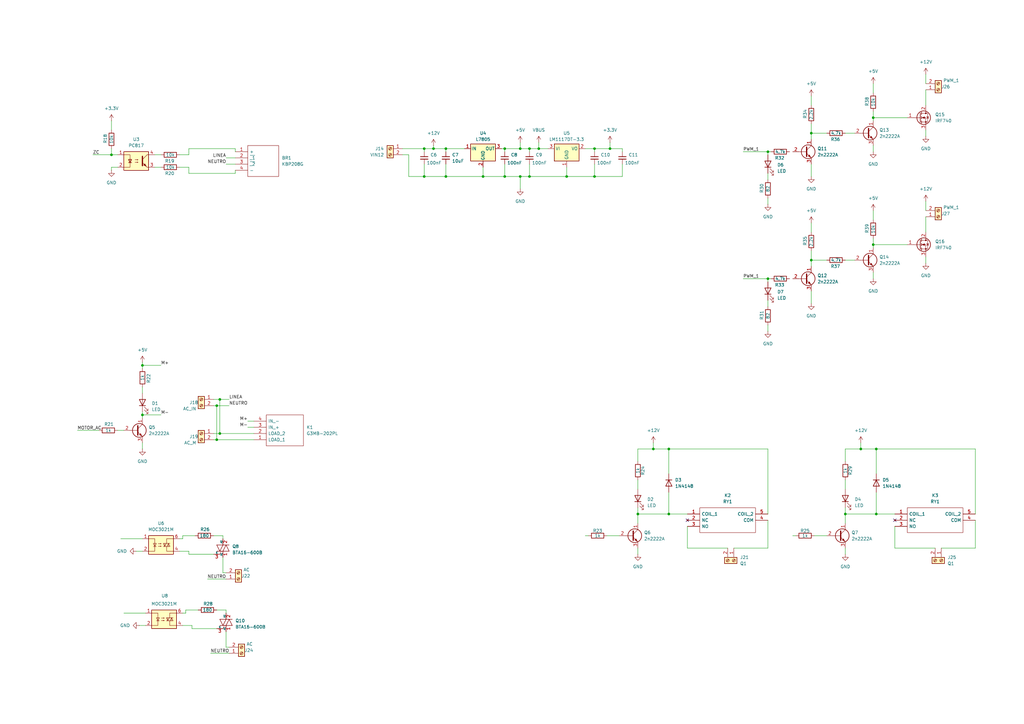
<source format=kicad_sch>
(kicad_sch (version 20250114) (generator "eeschema") (generator_version "9.0")
  (paper "A3")
  (lib_symbols
    (symbol "Connector:Screw_Terminal_01x02" (pin_names (offset 1.016) (hide yes))
      (property "Reference" "J" (at 0 2.54 0))
      (property "Value" "Screw_Terminal_01x02" (at 0 -5.08 0))
      (symbol "Screw_Terminal_01x02_1_1"
        (pin passive line (at -5.08 0 0) (length 3.81) (name "Pin_1") (number "1"))
        (pin passive line (at -5.08 -2.54 0) (length 3.81) (name "Pin_2") (number "2"))
      )
    )
    (symbol "Device:C_Small" (pin_numbers (hide yes)) (pin_names (offset 0.254) (hide yes))
      (property "Reference" "C" (at 0.254 1.778 0))
      (property "Value" "C_Small" (at 0.254 -2.032 0))
      (symbol "C_Small_1_1"
        (pin passive line (at 0 2.54 270) (length 2.032) (name "~") (number "1"))
        (pin passive line (at 0 -2.54 90) (length 2.032) (name "~") (number "2"))
      )
    )
    (symbol "Device:LED" (pin_numbers (hide yes)) (pin_names (offset 1.016) (hide yes))
      (property "Reference" "D" (at 0 2.54 0))
      (property "Value" "LED" (at 0 -2.54 0))
      (symbol "LED_1_1"
        (pin passive line (at -3.81 0 0) (length 2.54) (name "K") (number "1"))
        (pin passive line (at 3.81 0 180) (length 2.54) (name "A") (number "2"))
      )
    )
    (symbol "Device:R" (pin_numbers (hide yes)) (pin_names (offset 0))
      (property "Reference" "R" (at 2.032 0 90))
      (property "Value" "R" (at 0 0 90))
      (symbol "R_1_1"
        (pin passive line (at 0 3.81 270) (length 1.27) (name "~") (number "1"))
        (pin passive line (at 0 -3.81 90) (length 1.27) (name "~") (number "2"))
      )
    )
    (symbol "Diode:1N4148" (pin_numbers (hide yes)) (pin_names (hide yes))
      (property "Reference" "D" (at 0 2.54 0))
      (property "Value" "1N4148" (at 0 -2.54 0))
      (symbol "1N4148_1_1"
        (pin passive line (at -3.81 0 0) (length 2.54) (name "K") (number "1"))
        (pin passive line (at 3.81 0 180) (length 2.54) (name "A") (number "2"))
      )
    )
    (symbol "Isolator:PC817" (pin_names (offset 1.016))
      (property "Reference" "U" (at -5.08 5.08 0))
      (property "Value" "PC817" (at 0 5.08 0))
      (symbol "PC817_1_1"
        (pin passive line (at -7.62 2.54 0) (length 2.54) (name "~") (number "1"))
        (pin passive line (at -7.62 -2.54 0) (length 2.54) (name "~") (number "2"))
        (pin passive line (at 7.62 2.54 180) (length 2.54) (name "~") (number "4"))
        (pin passive line (at 7.62 -2.54 180) (length 2.54) (name "~") (number "3"))
      )
    )
    (symbol "Regulator_Linear:L7805" (pin_names (offset 0.254))
      (property "Reference" "U" (at -3.81 3.175 0))
      (property "Value" "L7805" (at 0 3.175 0))
      (symbol "L7805_1_1"
        (pin power_in line (at -7.62 0 0) (length 2.54) (name "IN") (number "1"))
        (pin power_in line (at 0 -7.62 90) (length 2.54) (name "GND") (number "2"))
        (pin power_out line (at 7.62 0 180) (length 2.54) (name "OUT") (number "3"))
      )
    )
    (symbol "Regulator_Linear:LM1117DT-3.3"
      (property "Reference" "U" (at -3.81 3.175 0))
      (property "Value" "LM1117DT-3.3" (at 0 3.175 0))
      (symbol "LM1117DT-3.3_1_1"
        (pin power_in line (at -7.62 0 0) (length 2.54) (name "VI") (number "3"))
        (pin power_in line (at 0 -7.62 90) (length 2.54) (name "GND") (number "1"))
        (pin power_out line (at 7.62 0 180) (length 2.54) (name "VO") (number "2"))
      )
    )
    (symbol "Relay_SolidState:MOC3021M"
      (property "Reference" "U" (at -5.334 4.826 0))
      (property "Value" "MOC3021M" (at 0 5.08 0))
      (symbol "MOC3021M_1_1"
        (pin passive line (at -7.62 2.54 0) (length 2.54) (name "~") (number "1"))
        (pin passive line (at -7.62 -2.54 0) (length 2.54) (name "~") (number "2"))
        (pin no_connect line (at -5.08 0 0) (length 2.54) (hide yes) (name "NC") (number "3"))
        (pin no_connect line (at 5.08 0 180) (length 2.54) (hide yes) (name "NC") (number "5"))
        (pin passive line (at 7.62 2.54 180) (length 2.54) (name "~") (number "6"))
        (pin passive line (at 7.62 -2.54 180) (length 2.54) (name "~") (number "4"))
      )
    )
    (symbol "SamacSys_Parts:G2R-14-DC12" (pin_names (offset 0.762))
      (property "Reference" "K" (at 29.21 7.62 0))
      (property "Value" "G2R-14-DC12" (at 29.21 5.08 0))
      (symbol "G2R-14-DC12_0_0"
        (pin passive line (at 0 0 0) (length 5.08) (name "COIL_1") (number "1"))
        (pin no_connect line (at 0 -2.54 0) (length 5.08) (name "NC") (number "2"))
        (pin passive line (at 0 -5.08 0) (length 5.08) (name "NO") (number "3"))
        (pin passive line (at 33.02 0 180) (length 5.08) (name "COIL_2") (number "5"))
        (pin passive line (at 33.02 -2.54 180) (length 5.08) (name "COM") (number "4"))
      )
    )
    (symbol "SamacSys_Parts:G3MB-202PL" (pin_names (offset 0.762))
      (property "Reference" "K" (at 21.59 7.62 0))
      (property "Value" "G3MB-202PL" (at 21.59 5.08 0))
      (symbol "G3MB-202PL_0_0"
        (pin passive line (at 0 0 0) (length 5.08) (name "IN_-") (number "4"))
        (pin passive line (at 0 -2.54 0) (length 5.08) (name "IN_+") (number "3"))
        (pin passive line (at 0 -5.08 0) (length 5.08) (name "LOAD_2") (number "2"))
        (pin passive line (at 0 -7.62 0) (length 5.08) (name "LOAD_1") (number "1"))
      )
    )
    (symbol "SamacSys_Parts:KBP208G" (pin_names (offset 0.762))
      (property "Reference" "BR" (at 19.05 7.62 0))
      (property "Value" "KBP208G" (at 19.05 5.08 0))
      (symbol "KBP208G_0_0"
        (pin passive line (at 0 0 0) (length 5.08) (name "+") (number "1"))
        (pin passive line (at 0 -2.54 0) (length 5.08) (name "~{_1}") (number "2"))
        (pin passive line (at 0 -5.08 0) (length 5.08) (name "~{_2}") (number "3"))
        (pin passive line (at 0 -7.62 0) (length 5.08) (name "-") (number "4"))
      )
    )
    (symbol "Screw_Terminal_01x02_1" (pin_names (offset 1.016) (hide yes))
      (property "Reference" "J5" (at 2.54 0.0001 0))
      (symbol "Screw_Terminal_01x02_1_1_1"
        (pin passive line (at -5.08 0 0) (length 3.81) (name "L") (number "1"))
        (pin passive line (at -5.08 -2.54 0) (length 3.81) (name "N") (number "2"))
      )
    )
    (symbol "Transistor_BJT:BC338" (pin_names (offset 0) (hide yes))
      (property "Reference" "Q" (at 5.08 1.905 0))
      (property "Value" "BC338" (at 5.08 0 0))
      (symbol "BC338_1_1"
        (pin input line (at -5.08 0 0) (length 2.54) (name "B") (number "2"))
        (pin passive line (at 2.54 5.08 270) (length 2.54) (name "C") (number "1"))
        (pin passive line (at 2.54 -5.08 90) (length 2.54) (name "E") (number "3"))
      )
    )
    (symbol "Transistor_FET:IRF740" (pin_names (hide yes))
      (property "Reference" "Q" (at 5.08 1.905 0))
      (property "Value" "IRF740" (at 5.08 0 0))
      (symbol "IRF740_1_1"
        (pin input line (at -5.08 0 0) (length 2.54) (name "G") (number "1"))
        (pin passive line (at 2.54 5.08 270) (length 2.54) (name "D") (number "2"))
        (pin passive line (at 2.54 -5.08 90) (length 2.54) (name "S") (number "3"))
      )
    )
    (symbol "Triac_Thyristor:BTA16-600B" (pin_names (offset 0))
      (property "Reference" "Q" (at 5.08 1.905 0))
      (property "Value" "BTA16-600B" (at 5.08 0 0))
      (symbol "BTA16-600B_1_1"
        (pin input line (at -3.81 -2.54 0) (length 2.54) (name "G") (number "3"))
        (pin passive line (at 0 3.81 270) (length 2.54) (name "A2") (number "2"))
        (pin passive line (at 0 -3.81 90) (length 2.54) (name "A1") (number "1"))
      )
    )
    (symbol "power:+12V" (power) (pin_numbers (hide yes)) (pin_names (offset 0) (hide yes))
      (property "Value" "+12V" (at 0 3.556 0))
      (symbol "+12V_1_1"
        (pin power_in line (at 0 0 90) (length 0) (name "~") (number "1"))
      )
    )
    (symbol "power:+3.3V" (power) (pin_numbers (hide yes)) (pin_names (offset 0) (hide yes))
      (property "Value" "+3.3V" (at 0 3.556 0))
      (symbol "+3.3V_1_1"
        (pin power_in line (at 0 0 90) (length 0) (name "~") (number "1"))
      )
    )
    (symbol "power:+5V" (power) (pin_numbers (hide yes)) (pin_names (offset 0) (hide yes))
      (property "Value" "+5V" (at 0 3.556 0))
      (symbol "+5V_1_1"
        (pin power_in line (at 0 0 90) (length 0) (name "~") (number "1"))
      )
    )
    (symbol "power:GND" (power) (pin_numbers (hide yes)) (pin_names (offset 0) (hide yes))
      (property "Value" "GND" (at 0 -3.81 0))
      (symbol "GND_1_1"
        (pin power_in line (at 0 0 270) (length 0) (name "~") (number "1"))
      )
    )
    (symbol "power:VBUS" (power) (pin_numbers (hide yes)) (pin_names (offset 0) (hide yes))
      (property "Value" "VBUS" (at 0 3.556 0))
      (symbol "VBUS_1_1"
        (pin power_in line (at 0 0 90) (length 0) (name "~") (number "1"))
      )
    )
  )
  (junction (at 274.32 210.82))
  (junction (at 332.74 54.61))
  (junction (at 213.36 72.39))
  (junction (at 358.14 48.26))
  (junction (at 58.42 170.18))
  (junction (at 177.8 60.96))
  (junction (at 353.06 184.15))
  (junction (at 213.36 60.96))
  (junction (at 45.72 63.5))
  (junction (at 250.19 60.96))
  (junction (at 90.17 177.8))
  (junction (at 220.98 60.96))
  (junction (at 274.32 184.15))
  (junction (at 173.99 60.96))
  (junction (at 90.17 163.83))
  (junction (at 358.14 100.33))
  (junction (at 359.41 210.82))
  (junction (at 88.9 180.34))
  (junction (at 243.84 60.96))
  (junction (at 332.74 106.68))
  (junction (at 346.71 210.82))
  (junction (at 173.99 72.39))
  (junction (at 243.84 72.39))
  (junction (at 207.01 72.39))
  (junction (at 314.96 114.3))
  (junction (at 58.42 149.86))
  (junction (at 267.97 184.15))
  (junction (at 359.41 184.15))
  (junction (at 207.01 60.96))
  (junction (at 88.9 166.37))
  (junction (at 261.62 210.82))
  (junction (at 182.88 60.96))
  (junction (at 217.17 72.39))
  (junction (at 314.96 62.23))
  (junction (at 182.88 72.39))
  (junction (at 217.17 60.96))
  (junction (at 232.41 72.39))
  (junction (at 198.12 72.39))
  (no_connect (at 367.03 213.36))
  (no_connect (at 281.94 213.36))
  (wire (pts (xy 359.41 184.15) (xy 359.41 194.31)))
  (wire (pts (xy 232.41 68.58) (xy 232.41 72.39)))
  (wire (pts (xy 173.99 62.23) (xy 173.99 60.96)))
  (wire (pts (xy 304.8 62.23) (xy 314.96 62.23)))
  (wire (pts (xy 63.5 63.5) (xy 66.04 63.5)))
  (wire (pts (xy 383.54 224.79) (xy 367.03 224.79)))
  (wire (pts (xy 314.96 114.3) (xy 314.96 115.57)))
  (wire (pts (xy 177.8 60.96) (xy 182.88 60.96)))
  (wire (pts (xy 346.71 184.15) (xy 353.06 184.15)))
  (wire (pts (xy 45.72 69.85) (xy 45.72 68.58)))
  (wire (pts (xy 74.93 219.71) (xy 80.01 219.71)))
  (wire (pts (xy 314.96 114.3) (xy 316.23 114.3)))
  (wire (pts (xy 243.84 60.96) (xy 243.84 62.23)))
  (wire (pts (xy 332.74 106.68) (xy 339.09 106.68)))
  (wire (pts (xy 261.62 208.28) (xy 261.62 210.82)))
  (wire (pts (xy 304.8 114.3) (xy 314.96 114.3)))
  (wire (pts (xy 57.15 256.54) (xy 59.69 256.54)))
  (wire (pts (xy 58.42 149.86) (xy 58.42 151.13)))
  (wire (pts (xy 358.14 45.72) (xy 358.14 48.26)))
  (wire (pts (xy 243.84 60.96) (xy 250.19 60.96)))
  (wire (pts (xy 240.03 60.96) (xy 243.84 60.96)))
  (wire (pts (xy 314.96 184.15) (xy 274.32 184.15)))
  (wire (pts (xy 76.2 250.19) (xy 81.28 250.19)))
  (wire (pts (xy 48.26 176.53) (xy 50.8 176.53)))
  (wire (pts (xy 332.74 91.44) (xy 332.74 95.25)))
  (wire (pts (xy 334.01 219.71) (xy 339.09 219.71)))
  (wire (pts (xy 76.2 251.46) (xy 74.93 251.46)))
  (wire (pts (xy 165.1 60.96) (xy 173.99 60.96)))
  (wire (pts (xy 91.44 219.71) (xy 87.63 219.71)))
  (wire (pts (xy 58.42 148.59) (xy 58.42 149.86)))
  (wire (pts (xy 77.47 60.96) (xy 77.47 63.5)))
  (wire (pts (xy 85.09 237.49) (xy 92.71 237.49)))
  (wire (pts (xy 96.52 60.96) (xy 96.52 62.23)))
  (wire (pts (xy 379.73 88.9) (xy 379.73 95.25)))
  (wire (pts (xy 332.74 39.37) (xy 332.74 43.18)))
  (wire (pts (xy 77.47 71.12) (xy 96.52 71.12)))
  (wire (pts (xy 332.74 67.31) (xy 332.74 72.39)))
  (wire (pts (xy 243.84 67.31) (xy 243.84 72.39)))
  (wire (pts (xy 314.96 133.35) (xy 314.96 135.89)))
  (wire (pts (xy 261.62 184.15) (xy 267.97 184.15)))
  (wire (pts (xy 358.14 34.29) (xy 358.14 38.1)))
  (wire (pts (xy 359.41 210.82) (xy 346.71 210.82)))
  (wire (pts (xy 76.2 251.46) (xy 76.2 250.19)))
  (wire (pts (xy 88.9 166.37) (xy 93.98 166.37)))
  (wire (pts (xy 45.72 63.5) (xy 48.26 63.5)))
  (wire (pts (xy 379.73 36.83) (xy 379.73 43.18)))
  (wire (pts (xy 332.74 54.61) (xy 339.09 54.61)))
  (wire (pts (xy 207.01 67.31) (xy 207.01 72.39)))
  (wire (pts (xy 217.17 67.31) (xy 217.17 72.39)))
  (wire (pts (xy 101.6 175.26) (xy 104.14 175.26)))
  (wire (pts (xy 250.19 58.42) (xy 250.19 60.96)))
  (wire (pts (xy 87.63 177.8) (xy 90.17 177.8)))
  (wire (pts (xy 87.63 180.34) (xy 88.9 180.34)))
  (wire (pts (xy 77.47 226.06) (xy 73.66 226.06)))
  (wire (pts (xy 58.42 158.75) (xy 58.42 161.29)))
  (wire (pts (xy 274.32 210.82) (xy 261.62 210.82)))
  (wire (pts (xy 314.96 62.23) (xy 316.23 62.23)))
  (wire (pts (xy 255.27 60.96) (xy 255.27 62.23)))
  (wire (pts (xy 300.99 224.79) (xy 314.96 224.79)))
  (wire (pts (xy 232.41 72.39) (xy 217.17 72.39)))
  (wire (pts (xy 92.71 64.77) (xy 96.52 64.77)))
  (wire (pts (xy 45.72 68.58) (xy 48.26 68.58)))
  (wire (pts (xy 359.41 201.93) (xy 359.41 210.82)))
  (wire (pts (xy 182.88 67.31) (xy 182.88 72.39)))
  (wire (pts (xy 400.05 184.15) (xy 359.41 184.15)))
  (wire (pts (xy 332.74 54.61) (xy 332.74 57.15)))
  (wire (pts (xy 358.14 111.76) (xy 358.14 114.3)))
  (wire (pts (xy 358.14 48.26) (xy 358.14 49.53)))
  (wire (pts (xy 88.9 180.34) (xy 104.14 180.34)))
  (wire (pts (xy 93.98 265.43) (xy 92.71 265.43)))
  (wire (pts (xy 267.97 181.61) (xy 267.97 184.15)))
  (wire (pts (xy 346.71 196.85) (xy 346.71 200.66)))
  (wire (pts (xy 92.71 251.46) (xy 92.71 250.19)))
  (wire (pts (xy 92.71 250.19) (xy 88.9 250.19)))
  (wire (pts (xy 38.1 63.5) (xy 45.72 63.5)))
  (wire (pts (xy 261.62 224.79) (xy 261.62 227.33)))
  (wire (pts (xy 213.36 77.47) (xy 213.36 72.39)))
  (wire (pts (xy 220.98 60.96) (xy 224.79 60.96)))
  (wire (pts (xy 86.36 267.97) (xy 93.98 267.97)))
  (wire (pts (xy 261.62 184.15) (xy 261.62 189.23)))
  (wire (pts (xy 173.99 60.96) (xy 177.8 60.96)))
  (wire (pts (xy 358.14 86.36) (xy 358.14 90.17)))
  (wire (pts (xy 55.88 226.06) (xy 58.42 226.06)))
  (wire (pts (xy 353.06 181.61) (xy 353.06 184.15)))
  (wire (pts (xy 346.71 184.15) (xy 346.71 189.23)))
  (wire (pts (xy 101.6 172.72) (xy 104.14 172.72)))
  (wire (pts (xy 49.53 220.98) (xy 58.42 220.98)))
  (wire (pts (xy 167.64 63.5) (xy 167.64 72.39)))
  (wire (pts (xy 358.14 100.33) (xy 372.11 100.33)))
  (wire (pts (xy 274.32 184.15) (xy 274.32 194.31)))
  (wire (pts (xy 173.99 67.31) (xy 173.99 72.39)))
  (wire (pts (xy 92.71 265.43) (xy 92.71 259.08)))
  (wire (pts (xy 207.01 60.96) (xy 213.36 60.96)))
  (wire (pts (xy 78.74 256.54) (xy 74.93 256.54)))
  (wire (pts (xy 379.73 82.55) (xy 379.73 86.36)))
  (wire (pts (xy 77.47 227.33) (xy 87.63 227.33)))
  (wire (pts (xy 314.96 71.12) (xy 314.96 73.66)))
  (wire (pts (xy 353.06 184.15) (xy 359.41 184.15)))
  (wire (pts (xy 92.71 67.31) (xy 96.52 67.31)))
  (wire (pts (xy 379.73 105.41) (xy 379.73 107.95)))
  (wire (pts (xy 213.36 72.39) (xy 207.01 72.39)))
  (wire (pts (xy 77.47 226.06) (xy 77.47 227.33)))
  (wire (pts (xy 177.8 59.69) (xy 177.8 60.96)))
  (wire (pts (xy 217.17 60.96) (xy 220.98 60.96)))
  (wire (pts (xy 240.03 219.71) (xy 241.3 219.71)))
  (wire (pts (xy 220.98 58.42) (xy 220.98 60.96)))
  (wire (pts (xy 217.17 60.96) (xy 217.17 62.23)))
  (wire (pts (xy 45.72 49.53) (xy 45.72 53.34)))
  (wire (pts (xy 74.93 220.98) (xy 74.93 219.71)))
  (wire (pts (xy 182.88 62.23) (xy 182.88 60.96)))
  (wire (pts (xy 325.12 219.71) (xy 326.39 219.71)))
  (wire (pts (xy 400.05 210.82) (xy 400.05 184.15)))
  (wire (pts (xy 314.96 62.23) (xy 314.96 63.5)))
  (wire (pts (xy 88.9 166.37) (xy 88.9 180.34)))
  (wire (pts (xy 213.36 58.42) (xy 213.36 60.96)))
  (wire (pts (xy 213.36 60.96) (xy 217.17 60.96)))
  (wire (pts (xy 58.42 170.18) (xy 66.04 170.18)))
  (wire (pts (xy 77.47 68.58) (xy 73.66 68.58)))
  (wire (pts (xy 379.73 30.48) (xy 379.73 34.29)))
  (wire (pts (xy 96.52 60.96) (xy 77.47 60.96)))
  (wire (pts (xy 96.52 71.12) (xy 96.52 69.85)))
  (wire (pts (xy 167.64 63.5) (xy 165.1 63.5)))
  (wire (pts (xy 77.47 71.12) (xy 77.47 68.58)))
  (wire (pts (xy 261.62 210.82) (xy 261.62 214.63)))
  (wire (pts (xy 298.45 224.79) (xy 281.94 224.79)))
  (wire (pts (xy 358.14 48.26) (xy 372.11 48.26)))
  (wire (pts (xy 91.44 234.95) (xy 91.44 228.6)))
  (wire (pts (xy 255.27 67.31) (xy 255.27 72.39)))
  (wire (pts (xy 314.96 81.28) (xy 314.96 83.82)))
  (wire (pts (xy 346.71 54.61) (xy 350.52 54.61)))
  (wire (pts (xy 243.84 72.39) (xy 232.41 72.39)))
  (wire (pts (xy 78.74 256.54) (xy 78.74 257.81)))
  (wire (pts (xy 314.96 123.19) (xy 314.96 125.73)))
  (wire (pts (xy 255.27 72.39) (xy 243.84 72.39)))
  (wire (pts (xy 207.01 60.96) (xy 207.01 62.23)))
  (wire (pts (xy 74.93 220.98) (xy 73.66 220.98)))
  (wire (pts (xy 281.94 224.79) (xy 281.94 215.9)))
  (wire (pts (xy 267.97 184.15) (xy 274.32 184.15)))
  (wire (pts (xy 314.96 224.79) (xy 314.96 213.36)))
  (wire (pts (xy 358.14 100.33) (xy 358.14 101.6)))
  (wire (pts (xy 92.71 234.95) (xy 91.44 234.95)))
  (wire (pts (xy 358.14 59.69) (xy 358.14 62.23)))
  (wire (pts (xy 45.72 60.96) (xy 45.72 63.5)))
  (wire (pts (xy 78.74 257.81) (xy 88.9 257.81)))
  (wire (pts (xy 87.63 166.37) (xy 88.9 166.37)))
  (wire (pts (xy 77.47 63.5) (xy 73.66 63.5)))
  (wire (pts (xy 198.12 68.58) (xy 198.12 72.39)))
  (wire (pts (xy 314.96 210.82) (xy 314.96 184.15)))
  (wire (pts (xy 346.71 210.82) (xy 346.71 214.63)))
  (wire (pts (xy 400.05 224.79) (xy 400.05 213.36)))
  (wire (pts (xy 90.17 177.8) (xy 104.14 177.8)))
  (wire (pts (xy 274.32 201.93) (xy 274.32 210.82)))
  (wire (pts (xy 379.73 53.34) (xy 379.73 55.88)))
  (wire (pts (xy 332.74 119.38) (xy 332.74 124.46)))
  (wire (pts (xy 386.08 224.79) (xy 400.05 224.79)))
  (wire (pts (xy 250.19 60.96) (xy 255.27 60.96)))
  (wire (pts (xy 173.99 72.39) (xy 167.64 72.39)))
  (wire (pts (xy 346.71 106.68) (xy 350.52 106.68)))
  (wire (pts (xy 205.74 60.96) (xy 207.01 60.96)))
  (wire (pts (xy 90.17 163.83) (xy 90.17 177.8)))
  (wire (pts (xy 198.12 72.39) (xy 182.88 72.39)))
  (wire (pts (xy 58.42 181.61) (xy 58.42 184.15)))
  (wire (pts (xy 367.03 224.79) (xy 367.03 215.9)))
  (wire (pts (xy 248.92 219.71) (xy 254 219.71)))
  (wire (pts (xy 182.88 72.39) (xy 173.99 72.39)))
  (wire (pts (xy 346.71 224.79) (xy 346.71 227.33)))
  (wire (pts (xy 58.42 149.86) (xy 66.04 149.86)))
  (wire (pts (xy 261.62 196.85) (xy 261.62 200.66)))
  (wire (pts (xy 207.01 72.39) (xy 198.12 72.39)))
  (wire (pts (xy 182.88 60.96) (xy 190.5 60.96)))
  (wire (pts (xy 58.42 170.18) (xy 58.42 171.45)))
  (wire (pts (xy 332.74 50.8) (xy 332.74 54.61)))
  (wire (pts (xy 332.74 106.68) (xy 332.74 109.22)))
  (wire (pts (xy 217.17 72.39) (xy 213.36 72.39)))
  (wire (pts (xy 359.41 210.82) (xy 367.03 210.82)))
  (wire (pts (xy 91.44 220.98) (xy 91.44 219.71)))
  (wire (pts (xy 90.17 163.83) (xy 93.98 163.83)))
  (wire (pts (xy 90.17 163.83) (xy 87.63 163.83)))
  (wire (pts (xy 358.14 97.79) (xy 358.14 100.33)))
  (wire (pts (xy 274.32 210.82) (xy 281.94 210.82)))
  (wire (pts (xy 31.75 176.53) (xy 40.64 176.53)))
  (wire (pts (xy 332.74 102.87) (xy 332.74 106.68)))
  (wire (pts (xy 63.5 68.58) (xy 66.04 68.58)))
  (wire (pts (xy 50.8 251.46) (xy 59.69 251.46)))
  (wire (pts (xy 58.42 168.91) (xy 58.42 170.18)))
  (wire (pts (xy 346.71 208.28) (xy 346.71 210.82)))
  (label "M+" (at 101.6 172.72 180))
  (label "M-" (at 66.04 170.18 0))
  (label "PWM_1" (at 304.8 62.23 0))
  (label "ZC" (at 38.1 63.5 0))
  (label "MOTOR_AC" (at 31.75 176.53 0))
  (label "NEUTRO" (at 93.98 166.37 0))
  (label "LINEA" (at 93.98 163.83 0))
  (label "PWM_1" (at 304.8 114.3 0))
  (label "NEUTRO" (at 85.09 237.49 0))
  (label "LINEA" (at 92.71 64.77 180))
  (label "M+" (at 66.04 149.86 0))
  (label "NEUTRO" (at 92.71 67.31 180))
  (label "M-" (at 101.6 175.26 180))
  (label "NEUTRO" (at 86.36 267.97 0))
  (symbol (lib_id "Device:C_Small") (at 173.99 64.77 0) (unit 1)
    (property "Reference" "C6" (at 176.53 63.5062 0) (effects (justify left)))
    (property "Value" "100nF" (at 175.006 66.802 0) (effects (justify left)))
    (property "Footprint" "Capacitor_THT:C_Radial_D6.3mm_H7.0mm_P2.50mm" (effects (hide yes)))
    (property "Description" "Unpolarized capacitor, small symbol" (effects (hide yes)))
  )
  (symbol (lib_name "Screw_Terminal_01x02_1") (lib_id "Connector:Screw_Terminal_01x02") (at 97.79 237.49 0) (mirror x) (unit 1)
    (property "Reference" "J22" (at 100.838 236.22 0))
    (property "Value" "AC" (at 99.822 233.68 0) (effects (justify left)))
    (property "Footprint" "SamacSys_Parts:NC6P10702" (effects (hide yes)))
    (property "Description" "Generic screw terminal, single row, 01x02, script generated (kicad-library-utils/schlib/autogen/connector/)" (effects (hide yes)))
  )
  (symbol (lib_id "Regulator_Linear:L7805") (at 198.12 60.96 0) (unit 1)
    (property "Reference" "U4" (at 198.12 54.61 0))
    (property "Value" "L7805" (at 198.12 57.15 0))
    (property "Footprint" "Package_TO_SOT_SMD:TO-252-2" (effects (hide yes)))
    (property "Datasheet" "http://www.st.com/content/ccc/resource/technical/document/datasheet/41/4f/b3/b0/12/d4/47/88/CD00000444.pdf/files/CD00000444.pdf/jcr:content/translations/en.CD00000444.pdf" (effects (hide yes)))
    (property "Description" "Positive 1.5A 35V Linear Regulator, Fixed Output 5V, TO-220/TO-263/TO-252" (effects (hide yes)))
  )
  (symbol (lib_id "Relay_SolidState:MOC3021M") (at 67.31 254 0) (unit 1)
    (property "Reference" "U8" (at 67.564 244.348 0))
    (property "Value" "MOC3021M" (at 67.31 247.65 0))
    (property "Footprint" "Package_DIP:DIP-6_W7.62mm_Socket_LongPads" (effects (hide yes)))
    (property "Datasheet" "https://www.onsemi.com/pub/Collateral/MOC3023M-D.PDF" (effects (hide yes)))
    (property "Description" "Random Phase Opto-Triac, Vdrm 400V, Ift 15mA, DIP6" (effects (hide yes)))
  )
  (symbol (lib_id "Triac_Thyristor:BTA16-600B") (at 91.44 224.79 0) (unit 1)
    (property "Reference" "Q8" (at 95.25 224.1041 0) (effects (justify left)))
    (property "Value" "BTA16-600B" (at 95.25 226.6441 0) (effects (justify left)))
    (property "Footprint" "Package_TO_SOT_THT:TO-220-3_Vertical" (effects (hide yes)))
    (property "Datasheet" "https://www.st.com/resource/en/datasheet/bta16.pdf" (effects (hide yes)))
    (property "Description" "16A RMS, 600V Off-State Voltage, 50mA Sensitivity, Insulated, Triac, TO-220" (effects (hide yes)))
  )
  (symbol (lib_id "power:GND") (at 332.74 72.39 0) (unit 1)
    (property "Reference" "#PWR068" (effects (hide yes)))
    (property "Value" "GND" (at 332.74 77.47 0))
    (property "Description" "Power symbol creates a global label with name \"GND\" , ground" (effects (hide yes)))
  )
  (symbol (lib_id "power:GND") (at 379.73 55.88 0) (unit 1)
    (property "Reference" "#PWR076" (effects (hide yes)))
    (property "Value" "GND" (at 379.73 60.96 0))
    (property "Description" "Power symbol creates a global label with name \"GND\" , ground" (effects (hide yes)))
  )
  (symbol (lib_id "Device:R") (at 69.85 68.58 90) (unit 1)
    (property "Reference" "R20" (at 69.596 71.12 90))
    (property "Value" "10k" (at 69.85 68.58 90))
    (property "Description" "Resistor" (effects (hide yes)))
  )
  (symbol (lib_id "Transistor_BJT:BC338") (at 259.08 219.71 0) (unit 1)
    (property "Reference" "Q6" (at 264.16 218.4399 0) (effects (justify left)))
    (property "Value" "2n2222A" (at 264.16 220.9799 0) (effects (justify left)))
    (property "Footprint" "Package_TO_SOT_THT:TO-92" (effects (hide yes)))
    (property "Datasheet" "http://diotec.com/tl_files/diotec/files/pdf/datasheets/bc337" (effects (hide yes)))
    (property "Description" "0.8A Ic, 25V Vce, NPN Transistor, TO-92" (effects (hide yes)))
  )
  (symbol (lib_id "power:GND") (at 346.71 227.33 0) (unit 1)
    (property "Reference" "#PWR063" (effects (hide yes)))
    (property "Value" "GND" (at 346.71 232.41 0))
    (property "Description" "Power symbol creates a global label with name \"GND\" , ground" (effects (hide yes)))
  )
  (symbol (lib_name "Screw_Terminal_01x02_1") (lib_id "Connector:Screw_Terminal_01x02") (at 99.06 267.97 0) (mirror x) (unit 1)
    (property "Reference" "J24" (at 102.108 266.7 0))
    (property "Value" "AC" (at 101.092 264.16 0) (effects (justify left)))
    (property "Footprint" "SamacSys_Parts:NC6P10702" (effects (hide yes)))
    (property "Description" "Generic screw terminal, single row, 01x02, script generated (kicad-library-utils/schlib/autogen/connector/)" (effects (hide yes)))
  )
  (symbol (lib_id "Transistor_BJT:BC338") (at 355.6 54.61 0) (unit 1)
    (property "Reference" "Q13" (at 360.68 53.3399 0) (effects (justify left)))
    (property "Value" "2n2222A" (at 360.68 55.8799 0) (effects (justify left)))
    (property "Footprint" "Package_TO_SOT_THT:TO-92" (effects (hide yes)))
    (property "Datasheet" "http://diotec.com/tl_files/diotec/files/pdf/datasheets/bc337" (effects (hide yes)))
    (property "Description" "0.8A Ic, 25V Vce, NPN Transistor, TO-92" (effects (hide yes)))
  )
  (symbol (lib_id "Transistor_BJT:BC338") (at 55.88 176.53 0) (unit 1)
    (property "Reference" "Q5" (at 60.96 175.2599 0) (effects (justify left)))
    (property "Value" "2n2222A" (at 60.96 177.7999 0) (effects (justify left)))
    (property "Footprint" "Package_TO_SOT_THT:TO-92" (effects (hide yes)))
    (property "Datasheet" "http://diotec.com/tl_files/diotec/files/pdf/datasheets/bc337" (effects (hide yes)))
    (property "Description" "0.8A Ic, 25V Vce, NPN Transistor, TO-92" (effects (hide yes)))
  )
  (symbol (lib_id "Device:R") (at 358.14 93.98 0) (unit 1)
    (property "Reference" "R39" (at 355.6 93.726 90))
    (property "Value" "10k" (at 358.14 93.98 90))
    (property "Description" "Resistor" (effects (hide yes)))
  )
  (symbol (lib_id "power:+3.3V") (at 250.19 58.42 0) (unit 1)
    (property "Reference" "#PWR057" (effects (hide yes)))
    (property "Value" "+3.3V" (at 250.19 53.34 0))
    (property "Description" "Power symbol creates a global label with name \"+3.3V\"" (effects (hide yes)))
  )
  (symbol (lib_id "Connector:Screw_Terminal_01x02") (at 160.02 60.96 0) (mirror y) (unit 1)
    (property "Reference" "J14" (at 157.48 60.9599 0) (effects (justify left)))
    (property "Value" "VIN12" (at 157.48 63.4999 0) (effects (justify left)))
    (property "Footprint" "TerminalBlock:TerminalBlock_MaiXu_MX126-5.0-02P_1x02_P5.00mm" (effects (hide yes)))
    (property "Description" "Generic screw terminal, single row, 01x02, script generated (kicad-library-utils/schlib/autogen/connector/)" (effects (hide yes)))
  )
  (symbol (lib_id "SamacSys_Parts:G3MB-202PL") (at 104.14 172.72 0) (unit 1)
    (property "Reference" "K1" (at 125.73 175.2599 0) (effects (justify left)))
    (property "Value" "G3MB-202PL" (at 125.73 177.7999 0) (effects (justify left)))
    (property "Footprint" "G3MB202PL" (effects (hide yes)))
    (property "Datasheet" "https://datasheet.lcsc.com/szlcsc/Omron-Electronics-G3MB-202PL_C48654.pdf" (effects (hide yes)))
    (property "Description" "2 A Solid State Relay, PCB Mount, Triac, 264 V Maximum Load" (effects (hide yes)))
    (property "Description_1" "2 A Solid State Relay, PCB Mount, Triac, 264 V Maximum Load" (effects (hide yes)))
    (property "Height" "20.5" (effects (hide yes)))
    (property "Manufacturer_Name" "Omron Electronics" (effects (hide yes)))
    (property "Manufacturer_Part_Number" "G3MB-202PL" (effects (hide yes)))
  )
  (symbol (lib_id "power:GND") (at 213.36 77.47 0) (unit 1)
    (property "Reference" "#PWR053" (effects (hide yes)))
    (property "Value" "GND" (at 213.36 82.55 0))
    (property "Description" "Power symbol creates a global label with name \"GND\" , ground" (effects (hide yes)))
  )
  (symbol (lib_id "Transistor_BJT:BC338") (at 330.2 114.3 0) (unit 1)
    (property "Reference" "Q12" (at 335.28 113.0299 0) (effects (justify left)))
    (property "Value" "2n2222A" (at 335.28 115.5699 0) (effects (justify left)))
    (property "Footprint" "Package_TO_SOT_THT:TO-92" (effects (hide yes)))
    (property "Datasheet" "http://diotec.com/tl_files/diotec/files/pdf/datasheets/bc337" (effects (hide yes)))
    (property "Description" "0.8A Ic, 25V Vce, NPN Transistor, TO-92" (effects (hide yes)))
  )
  (symbol (lib_id "power:+12V") (at 379.73 30.48 0) (unit 1)
    (property "Reference" "#PWR075" (effects (hide yes)))
    (property "Value" "+12V" (at 379.73 25.4 0))
    (property "Description" "Power symbol creates a global label with name \"+12V\"" (effects (hide yes)))
  )
  (symbol (lib_id "Device:R") (at 314.96 77.47 0) (unit 1)
    (property "Reference" "R30" (at 312.42 77.216 90))
    (property "Value" "82" (at 314.96 77.47 90))
    (property "Description" "Resistor" (effects (hide yes)))
  )
  (symbol (lib_id "Device:R") (at 245.11 219.71 270) (unit 1)
    (property "Reference" "R23" (at 245.11 217.678 90))
    (property "Value" "1k" (at 245.11 219.71 90))
    (property "Description" "Resistor" (effects (hide yes)))
  )
  (symbol (lib_id "Device:R") (at 332.74 99.06 0) (unit 1)
    (property "Reference" "R35" (at 330.2 98.806 90))
    (property "Value" "2.2k" (at 332.74 99.06 90))
    (property "Description" "Resistor" (effects (hide yes)))
  )
  (symbol (lib_id "power:GND") (at 261.62 227.33 0) (unit 1)
    (property "Reference" "#PWR058" (effects (hide yes)))
    (property "Value" "GND" (at 261.62 232.41 0))
    (property "Description" "Power symbol creates a global label with name \"GND\" , ground" (effects (hide yes)))
  )
  (symbol (lib_id "Device:LED") (at 314.96 119.38 90) (unit 1)
    (property "Reference" "D7" (at 318.77 119.6974 90) (effects (justify right)))
    (property "Value" "LED" (at 318.77 122.2374 90) (effects (justify right)))
    (property "Footprint" "LED_THT:LED_D5.0mm" (effects (hide yes)))
    (property "Description" "Light emitting diode" (effects (hide yes)))
    (property "Sim.Pins" "1=K 2=A" (effects (hide yes)))
  )
  (symbol (lib_id "power:+5V") (at 358.14 86.36 0) (unit 1)
    (property "Reference" "#PWR073" (effects (hide yes)))
    (property "Value" "+5V" (at 358.14 81.28 0))
    (property "Description" "Power symbol creates a global label with name \"+5V\"" (effects (hide yes)))
  )
  (symbol (lib_id "Transistor_FET:IRF740") (at 377.19 48.26 0) (unit 1)
    (property "Reference" "Q15" (at 383.54 46.9899 0) (effects (justify left)))
    (property "Value" "IRF740" (at 383.54 49.5299 0) (effects (justify left)))
    (property "Footprint" "Package_TO_SOT_THT:TO-220-3_Vertical" (effects (hide yes)))
    (property "Datasheet" "http://www.vishay.com/docs/91054/91054.pdf" (effects (hide yes)))
    (property "Description" "10A Id, 400V Vds, N-Channel Power MOSFET, 500mOhm Rds, TO-220AB" (effects (hide yes)))
  )
  (symbol (lib_id "power:GND") (at 379.73 107.95 0) (unit 1)
    (property "Reference" "#PWR078" (effects (hide yes)))
    (property "Value" "GND" (at 379.73 113.03 0))
    (property "Description" "Power symbol creates a global label with name \"GND\" , ground" (effects (hide yes)))
  )
  (symbol (lib_id "power:GND") (at 332.74 124.46 0) (unit 1)
    (property "Reference" "#PWR070" (effects (hide yes)))
    (property "Value" "GND" (at 332.74 129.54 0))
    (property "Description" "Power symbol creates a global label with name \"GND\" , ground" (effects (hide yes)))
  )
  (symbol (lib_id "power:+5V") (at 332.74 39.37 0) (unit 1)
    (property "Reference" "#PWR067" (effects (hide yes)))
    (property "Value" "+5V" (at 332.74 34.29 0))
    (property "Description" "Power symbol creates a global label with name \"+5V\"" (effects (hide yes)))
  )
  (symbol (lib_id "power:GND") (at 358.14 114.3 0) (unit 1)
    (property "Reference" "#PWR074" (effects (hide yes)))
    (property "Value" "GND" (at 358.14 119.38 0))
    (property "Description" "Power symbol creates a global label with name \"GND\" , ground" (effects (hide yes)))
  )
  (symbol (lib_id "Device:C_Small") (at 217.17 64.77 0) (unit 1)
    (property "Reference" "C9" (at 219.71 63.5062 0) (effects (justify left)))
    (property "Value" "100nF" (at 218.186 66.802 0) (effects (justify left)))
    (property "Footprint" "Capacitor_THT:C_Radial_D6.3mm_H7.0mm_P2.50mm" (effects (hide yes)))
    (property "Description" "Unpolarized capacitor, small symbol" (effects (hide yes)))
  )
  (symbol (lib_name "Screw_Terminal_01x02_1") (lib_id "Connector:Screw_Terminal_01x02") (at 384.81 36.83 0) (mirror x) (unit 1)
    (property "Reference" "J26" (at 387.858 35.56 0))
    (property "Value" "PWM_1" (at 386.842 33.02 0) (effects (justify left)))
    (property "Footprint" "Connector_PinHeader_1.27mm:PinHeader_1x02_P1.27mm_Vertical" (effects (hide yes)))
    (property "Description" "Generic screw terminal, single row, 01x02, script generated (kicad-library-utils/schlib/autogen/connector/)" (effects (hide yes)))
  )
  (symbol (lib_id "power:GND") (at 314.96 83.82 0) (unit 1)
    (property "Reference" "#PWR065" (effects (hide yes)))
    (property "Value" "GND" (at 314.96 88.9 0))
    (property "Description" "Power symbol creates a global label with name \"GND\" , ground" (effects (hide yes)))
  )
  (symbol (lib_id "SamacSys_Parts:G2R-14-DC12") (at 367.03 210.82 0) (unit 1)
    (property "Reference" "K3" (at 383.54 203.2 0))
    (property "Value" "RY1" (at 383.54 205.74 0))
    (property "Footprint" "SamacSys_Parts:SRD" (effects (hide yes)))
    (property "Datasheet" "https://omronfs.omron.com/en_US/ecb/products/pdf/en-g2r.pdf" (effects (hide yes)))
    (property "Description" "General Purpose Relays Power PCB Relay SPDT Sealed 12VDC" (effects (hide yes)))
    (property "Description_1" "General Purpose Relays Power PCB Relay SPDT Sealed 12VDC" (effects (hide yes)))
    (property "Height" "25.5" (effects (hide yes)))
    (property "Manufacturer_Name" "Omron Electronics" (effects (hide yes)))
    (property "Manufacturer_Part_Number" "G2R-14-DC12" (effects (hide yes)))
    (property "Mouser Part Number" "653-G2R-14-DC12" (effects (hide yes)))
    (property "Mouser Price/Stock" "https://www.mouser.co.uk/ProductDetail/Omron-Electronics/G2R-14-DC12?qs=HDDQUw%2F3Phrubqzqk1%2FGww%3D%3D" (effects (hide yes)))
    (property "Arrow Part Number" "G2R-14-DC12" (effects (hide yes)))
    (property "Arrow Price/Stock" "https://www.arrow.com/en/products/g2r-14-dc12/omron?region=nac" (effects (hide yes)))
  )
  (symbol (lib_id "Device:R") (at 58.42 154.94 180) (unit 1)
    (property "Reference" "R22" (at 60.96 155.194 90))
    (property "Value" "1k" (at 58.42 154.94 90))
    (property "Description" "Resistor" (effects (hide yes)))
  )
  (symbol (lib_id "power:+5V") (at 213.36 58.42 0) (unit 1)
    (property "Reference" "#PWR052" (effects (hide yes)))
    (property "Value" "+5V" (at 213.36 53.34 0))
    (property "Description" "Power symbol creates a global label with name \"+5V\"" (effects (hide yes)))
  )
  (symbol (lib_id "Device:R") (at 320.04 62.23 90) (unit 1)
    (property "Reference" "R32" (at 319.786 64.77 90))
    (property "Value" "4.7k" (at 320.04 62.23 90))
    (property "Description" "Resistor" (effects (hide yes)))
  )
  (symbol (lib_id "power:GND") (at 314.96 135.89 0) (unit 1)
    (property "Reference" "#PWR066" (effects (hide yes)))
    (property "Value" "GND" (at 314.96 140.97 0))
    (property "Description" "Power symbol creates a global label with name \"GND\" , ground" (effects (hide yes)))
  )
  (symbol (lib_id "Transistor_BJT:BC338") (at 344.17 219.71 0) (unit 1)
    (property "Reference" "Q7" (at 349.25 218.4399 0) (effects (justify left)))
    (property "Value" "2n2222A" (at 349.25 220.9799 0) (effects (justify left)))
    (property "Footprint" "Package_TO_SOT_THT:TO-92" (effects (hide yes)))
    (property "Datasheet" "http://diotec.com/tl_files/diotec/files/pdf/datasheets/bc337" (effects (hide yes)))
    (property "Description" "0.8A Ic, 25V Vce, NPN Transistor, TO-92" (effects (hide yes)))
  )
  (symbol (lib_id "Isolator:PC817") (at 55.88 66.04 0) (unit 1)
    (property "Reference" "U3" (at 55.88 57.15 0))
    (property "Value" "PC817" (at 55.88 59.69 0))
    (property "Footprint" "Package_DIP:DIP-4_W7.62mm_LongPads" (effects (hide yes)))
    (property "Datasheet" "http://www.soselectronic.cz/a_info/resource/d/pc817.pdf" (effects (hide yes)))
    (property "Description" "DC Optocoupler, Vce 35V, CTR 50-300%, DIP-4" (effects (hide yes)))
  )
  (symbol (lib_id "Device:C_Small") (at 182.88 64.77 0) (unit 1)
    (property "Reference" "C7" (at 185.42 63.5062 0) (effects (justify left)))
    (property "Value" "10uF" (at 185.42 66.0462 0) (effects (justify left)))
    (property "Footprint" "Capacitor_THT:C_Radial_D6.3mm_H7.0mm_P2.50mm" (effects (hide yes)))
    (property "Description" "Unpolarized capacitor, small symbol" (effects (hide yes)))
  )
  (symbol (lib_id "power:+3.3V") (at 45.72 49.53 0) (unit 1)
    (property "Reference" "#PWR047" (effects (hide yes)))
    (property "Value" "+3.3V" (at 45.72 44.45 0))
    (property "Description" "Power symbol creates a global label with name \"+3.3V\"" (effects (hide yes)))
  )
  (symbol (lib_id "Device:R") (at 330.2 219.71 270) (unit 1)
    (property "Reference" "R25" (at 330.2 217.678 90))
    (property "Value" "1k" (at 330.2 219.71 90))
    (property "Description" "Resistor" (effects (hide yes)))
  )
  (symbol (lib_id "Transistor_FET:IRF740") (at 377.19 100.33 0) (unit 1)
    (property "Reference" "Q16" (at 383.54 99.0599 0) (effects (justify left)))
    (property "Value" "IRF740" (at 383.54 101.5999 0) (effects (justify left)))
    (property "Footprint" "Package_TO_SOT_THT:TO-220-3_Vertical" (effects (hide yes)))
    (property "Datasheet" "http://www.vishay.com/docs/91054/91054.pdf" (effects (hide yes)))
    (property "Description" "10A Id, 400V Vds, N-Channel Power MOSFET, 500mOhm Rds, TO-220AB" (effects (hide yes)))
  )
  (symbol (lib_id "Transistor_BJT:BC338") (at 355.6 106.68 0) (unit 1)
    (property "Reference" "Q14" (at 360.68 105.4099 0) (effects (justify left)))
    (property "Value" "2n2222A" (at 360.68 107.9499 0) (effects (justify left)))
    (property "Footprint" "Package_TO_SOT_THT:TO-92" (effects (hide yes)))
    (property "Datasheet" "http://diotec.com/tl_files/diotec/files/pdf/datasheets/bc337" (effects (hide yes)))
    (property "Description" "0.8A Ic, 25V Vce, NPN Transistor, TO-92" (effects (hide yes)))
  )
  (symbol (lib_id "Device:R") (at 332.74 46.99 0) (unit 1)
    (property "Reference" "R34" (at 330.2 46.736 90))
    (property "Value" "2.2k" (at 332.74 46.99 90))
    (property "Description" "Resistor" (effects (hide yes)))
  )
  (symbol (lib_id "power:VBUS") (at 220.98 58.42 0) (unit 1)
    (property "Reference" "#PWR054" (effects (hide yes)))
    (property "Value" "VBUS" (at 220.98 53.34 0))
    (property "Description" "Power symbol creates a global label with name \"VBUS\"" (effects (hide yes)))
  )
  (symbol (lib_id "Device:R") (at 346.71 193.04 180) (unit 1)
    (property "Reference" "R29" (at 348.742 193.04 90))
    (property "Value" "1k" (at 346.71 193.04 90))
    (property "Description" "Resistor" (effects (hide yes)))
  )
  (symbol (lib_id "power:GND") (at 358.14 62.23 0) (unit 1)
    (property "Reference" "#PWR072" (effects (hide yes)))
    (property "Value" "GND" (at 358.14 67.31 0))
    (property "Description" "Power symbol creates a global label with name \"GND\" , ground" (effects (hide yes)))
  )
  (symbol (lib_id "Device:R") (at 83.82 219.71 270) (unit 1)
    (property "Reference" "R26" (at 84.074 217.17 90))
    (property "Value" "180" (at 83.82 219.71 90))
    (property "Description" "Resistor" (effects (hide yes)))
  )
  (symbol (lib_id "Device:LED") (at 314.96 67.31 90) (unit 1)
    (property "Reference" "D6" (at 318.77 67.6274 90) (effects (justify right)))
    (property "Value" "LED" (at 318.77 70.1674 90) (effects (justify right)))
    (property "Footprint" "LED_THT:LED_D5.0mm" (effects (hide yes)))
    (property "Description" "Light emitting diode" (effects (hide yes)))
    (property "Sim.Pins" "1=K 2=A" (effects (hide yes)))
  )
  (symbol (lib_id "Transistor_BJT:BC338") (at 330.2 62.23 0) (unit 1)
    (property "Reference" "Q11" (at 335.28 60.9599 0) (effects (justify left)))
    (property "Value" "2n2222A" (at 335.28 63.4999 0) (effects (justify left)))
    (property "Footprint" "Package_TO_SOT_THT:TO-92" (effects (hide yes)))
    (property "Datasheet" "http://diotec.com/tl_files/diotec/files/pdf/datasheets/bc337" (effects (hide yes)))
    (property "Description" "0.8A Ic, 25V Vce, NPN Transistor, TO-92" (effects (hide yes)))
  )
  (symbol (lib_id "Connector:Screw_Terminal_01x02") (at 386.08 229.87 270) (unit 1)
    (property "Reference" "J25" (at 388.62 228.5999 90) (effects (justify left)))
    (property "Value" "Q1" (at 388.62 231.1399 90) (effects (justify left)))
    (property "Description" "Generic screw terminal, single row, 01x02, script generated (kicad-library-utils/schlib/autogen/connector/)" (effects (hide yes)))
  )
  (symbol (lib_name "Screw_Terminal_01x02_1") (lib_id "Connector:Screw_Terminal_01x02") (at 384.81 88.9 0) (mirror x) (unit 1)
    (property "Reference" "J27" (at 387.858 87.63 0))
    (property "Value" "PWM_1" (at 386.842 85.09 0) (effects (justify left)))
    (property "Footprint" "Connector_PinHeader_1.27mm:PinHeader_1x02_P1.27mm_Vertical" (effects (hide yes)))
    (property "Description" "Generic screw terminal, single row, 01x02, script generated (kicad-library-utils/schlib/autogen/connector/)" (effects (hide yes)))
  )
  (symbol (lib_id "Device:R") (at 69.85 63.5 90) (unit 1)
    (property "Reference" "R19" (at 69.596 66.04 90))
    (property "Value" "10k" (at 69.85 63.5 90))
    (property "Description" "Resistor" (effects (hide yes)))
  )
  (symbol (lib_id "Device:R") (at 44.45 176.53 270) (unit 1)
    (property "Reference" "R21" (at 44.704 173.99 90))
    (property "Value" "1k" (at 44.45 176.53 90))
    (property "Description" "Resistor" (effects (hide yes)))
  )
  (symbol (lib_id "Device:R") (at 342.9 106.68 90) (unit 1)
    (property "Reference" "R37" (at 342.646 109.22 90))
    (property "Value" "4.7k" (at 342.9 106.68 90))
    (property "Description" "Resistor" (effects (hide yes)))
  )
  (symbol (lib_id "Device:R") (at 314.96 129.54 0) (unit 1)
    (property "Reference" "R31" (at 312.42 129.286 90))
    (property "Value" "82" (at 314.96 129.54 90))
    (property "Description" "Resistor" (effects (hide yes)))
  )
  (symbol (lib_id "power:+12V") (at 353.06 181.61 0) (unit 1)
    (property "Reference" "#PWR064" (effects (hide yes)))
    (property "Value" "+12V" (at 353.06 176.53 0))
    (property "Description" "Power symbol creates a global label with name \"+12V\"" (effects (hide yes)))
  )
  (symbol (lib_id "Diode:1N4148") (at 359.41 198.12 270) (unit 1)
    (property "Reference" "D5" (at 361.95 196.8499 90) (effects (justify left)))
    (property "Value" "1N4148" (at 361.95 199.3899 90) (effects (justify left)))
    (property "Footprint" "Diode_THT:D_DO-35_SOD27_P7.62mm_Horizontal" (effects (hide yes)))
    (property "Datasheet" "https://assets.nexperia.com/documents/data-sheet/1N4148_1N4448.pdf" (effects (hide yes)))
    (property "Description" "100V 0.15A standard switching diode, DO-35" (effects (hide yes)))
    (property "Sim.Device" "D" (effects (hide yes)))
    (property "Sim.Pins" "1=K 2=A" (effects (hide yes)))
  )
  (symbol (lib_name "Screw_Terminal_01x02_1") (lib_id "Connector:Screw_Terminal_01x02") (at 82.55 163.83 0) (mirror y) (unit 1)
    (property "Reference" "J18" (at 79.502 165.1 0))
    (property "Value" "AC_IN" (at 80.518 167.64 0) (effects (justify left)))
    (property "Footprint" "SamacSys_Parts:NC6P10702" (effects (hide yes)))
    (property "Description" "Generic screw terminal, single row, 01x02, script generated (kicad-library-utils/schlib/autogen/connector/)" (effects (hide yes)))
  )
  (symbol (lib_id "power:+5V") (at 58.42 148.59 0) (unit 1)
    (property "Reference" "#PWR055" (effects (hide yes)))
    (property "Value" "+5V" (at 58.42 143.51 0))
    (property "Description" "Power symbol creates a global label with name \"+5V\"" (effects (hide yes)))
  )
  (symbol (lib_id "Device:R") (at 261.62 193.04 180) (unit 1)
    (property "Reference" "R24" (at 263.652 193.04 90))
    (property "Value" "1k" (at 261.62 193.04 90))
    (property "Description" "Resistor" (effects (hide yes)))
  )
  (symbol (lib_id "power:+12V") (at 379.73 82.55 0) (unit 1)
    (property "Reference" "#PWR077" (effects (hide yes)))
    (property "Value" "+12V" (at 379.73 77.47 0))
    (property "Description" "Power symbol creates a global label with name \"+12V\"" (effects (hide yes)))
  )
  (symbol (lib_id "Device:LED") (at 346.71 204.47 90) (unit 1)
    (property "Reference" "D4" (at 350.52 204.7874 90) (effects (justify right)))
    (property "Value" "LED" (at 350.52 207.3274 90) (effects (justify right)))
    (property "Footprint" "LED_THT:LED_D3.0mm_IRGrey" (effects (hide yes)))
    (property "Description" "Light emitting diode" (effects (hide yes)))
    (property "Sim.Pins" "1=K 2=A" (effects (hide yes)))
  )
  (symbol (lib_id "power:GND") (at 45.72 69.85 0) (unit 1)
    (property "Reference" "#PWR048" (effects (hide yes)))
    (property "Value" "GND" (at 45.72 74.93 0))
    (property "Description" "Power symbol creates a global label with name \"GND\" , ground" (effects (hide yes)))
  )
  (symbol (lib_id "SamacSys_Parts:G2R-14-DC12") (at 281.94 210.82 0) (unit 1)
    (property "Reference" "K2" (at 298.45 203.2 0))
    (property "Value" "RY1" (at 298.45 205.74 0))
    (property "Footprint" "SamacSys_Parts:G2R14DC12" (effects (hide yes)))
    (property "Datasheet" "https://omronfs.omron.com/en_US/ecb/products/pdf/en-g2r.pdf" (effects (hide yes)))
    (property "Description" "General Purpose Relays Power PCB Relay SPDT Sealed 12VDC" (effects (hide yes)))
    (property "Description_1" "General Purpose Relays Power PCB Relay SPDT Sealed 12VDC" (effects (hide yes)))
    (property "Height" "25.5" (effects (hide yes)))
    (property "Manufacturer_Name" "Omron Electronics" (effects (hide yes)))
    (property "Manufacturer_Part_Number" "G2R-14-DC12" (effects (hide yes)))
    (property "Mouser Part Number" "653-G2R-14-DC12" (effects (hide yes)))
    (property "Mouser Price/Stock" "https://www.mouser.co.uk/ProductDetail/Omron-Electronics/G2R-14-DC12?qs=HDDQUw%2F3Phrubqzqk1%2FGww%3D%3D" (effects (hide yes)))
    (property "Arrow Part Number" "G2R-14-DC12" (effects (hide yes)))
    (property "Arrow Price/Stock" "https://www.arrow.com/en/products/g2r-14-dc12/omron?region=nac" (effects (hide yes)))
  )
  (symbol (lib_id "power:GND") (at 58.42 184.15 0) (unit 1)
    (property "Reference" "#PWR056" (effects (hide yes)))
    (property "Value" "GND" (at 58.42 189.23 0))
    (property "Description" "Power symbol creates a global label with name \"GND\" , ground" (effects (hide yes)))
  )
  (symbol (lib_id "Regulator_Linear:LM1117DT-3.3") (at 232.41 60.96 0) (unit 1)
    (property "Reference" "U5" (at 232.41 54.61 0))
    (property "Value" "LM1117DT-3.3" (at 232.41 57.15 0))
    (property "Footprint" "Package_TO_SOT_SMD:TO-252-2" (effects (hide yes)))
    (property "Datasheet" "http://www.ti.com/lit/ds/symlink/lm1117.pdf" (effects (hide yes)))
    (property "Description" "800mA Low-Dropout Linear Regulator, 3.3V fixed output, TO-252" (effects (hide yes)))
  )
  (symbol (lib_id "Device:C_Small") (at 255.27 64.77 0) (unit 1)
    (property "Reference" "C11" (at 257.81 63.5062 0) (effects (justify left)))
    (property "Value" "100nF" (at 256.286 66.802 0) (effects (justify left)))
    (property "Footprint" "Capacitor_THT:C_Radial_D6.3mm_H7.0mm_P2.50mm" (effects (hide yes)))
    (property "Description" "Unpolarized capacitor, small symbol" (effects (hide yes)))
  )
  (symbol (lib_id "Device:C_Small") (at 207.01 64.77 0) (unit 1)
    (property "Reference" "C8" (at 209.55 63.5062 0) (effects (justify left)))
    (property "Value" "100nF" (at 208.026 66.802 0) (effects (justify left)))
    (property "Footprint" "Capacitor_THT:C_Radial_D6.3mm_H7.0mm_P2.50mm" (effects (hide yes)))
    (property "Description" "Unpolarized capacitor, small symbol" (effects (hide yes)))
  )
  (symbol (lib_id "Device:LED") (at 261.62 204.47 90) (unit 1)
    (property "Reference" "D2" (at 265.43 204.7874 90) (effects (justify right)))
    (property "Value" "LED" (at 265.43 207.3274 90) (effects (justify right)))
    (property "Footprint" "LED_THT:LED_D3.0mm_IRGrey" (effects (hide yes)))
    (property "Description" "Light emitting diode" (effects (hide yes)))
    (property "Sim.Pins" "1=K 2=A" (effects (hide yes)))
  )
  (symbol (lib_id "Device:C_Small") (at 243.84 64.77 0) (unit 1)
    (property "Reference" "C10" (at 246.38 63.5062 0) (effects (justify left)))
    (property "Value" "100nF" (at 244.856 66.802 0) (effects (justify left)))
    (property "Footprint" "Capacitor_THT:C_Radial_D6.3mm_H7.0mm_P2.50mm" (effects (hide yes)))
    (property "Description" "Unpolarized capacitor, small symbol" (effects (hide yes)))
  )
  (symbol (lib_id "Device:R") (at 45.72 57.15 0) (unit 1)
    (property "Reference" "R18" (at 43.18 56.896 90))
    (property "Value" "10k" (at 45.72 57.15 90))
    (property "Description" "Resistor" (effects (hide yes)))
  )
  (symbol (lib_id "Device:LED") (at 58.42 165.1 90) (unit 1)
    (property "Reference" "D1" (at 62.23 165.4174 90) (effects (justify right)))
    (property "Value" "LED" (at 62.23 167.9574 90) (effects (justify right)))
    (property "Footprint" "LED_THT:LED_D3.0mm_IRGrey" (effects (hide yes)))
    (property "Description" "Light emitting diode" (effects (hide yes)))
    (property "Sim.Pins" "1=K 2=A" (effects (hide yes)))
  )
  (symbol (lib_id "power:GND") (at 57.15 256.54 270) (unit 1)
    (property "Reference" "#PWR062" (effects (hide yes)))
    (property "Value" "GND" (at 53.34 256.5399 90) (effects (justify right)))
    (property "Description" "Power symbol creates a global label with name \"GND\" , ground" (effects (hide yes)))
  )
  (symbol (lib_id "power:+12V") (at 267.97 181.61 0) (unit 1)
    (property "Reference" "#PWR059" (effects (hide yes)))
    (property "Value" "+12V" (at 267.97 176.53 0))
    (property "Description" "Power symbol creates a global label with name \"+12V\"" (effects (hide yes)))
  )
  (symbol (lib_id "power:+5V") (at 358.14 34.29 0) (unit 1)
    (property "Reference" "#PWR071" (effects (hide yes)))
    (property "Value" "+5V" (at 358.14 29.21 0))
    (property "Description" "Power symbol creates a global label with name \"+5V\"" (effects (hide yes)))
  )
  (symbol (lib_id "Connector:Screw_Terminal_01x02") (at 300.99 229.87 270) (unit 1)
    (property "Reference" "J21" (at 303.53 228.5999 90) (effects (justify left)))
    (property "Value" "Q1" (at 303.53 231.1399 90) (effects (justify left)))
    (property "Description" "Generic screw terminal, single row, 01x02, script generated (kicad-library-utils/schlib/autogen/connector/)" (effects (hide yes)))
  )
  (symbol (lib_id "Device:R") (at 342.9 54.61 90) (unit 1)
    (property "Reference" "R36" (at 342.646 57.15 90))
    (property "Value" "4.7k" (at 342.9 54.61 90))
    (property "Description" "Resistor" (effects (hide yes)))
  )
  (symbol (lib_id "Relay_SolidState:MOC3021M") (at 66.04 223.52 0) (unit 1)
    (property "Reference" "U6" (at 66.04 214.63 0))
    (property "Value" "MOC3021M" (at 66.04 217.17 0))
    (property "Footprint" "Package_DIP:DIP-6_W7.62mm_Socket_LongPads" (effects (hide yes)))
    (property "Datasheet" "https://www.onsemi.com/pub/Collateral/MOC3023M-D.PDF" (effects (hide yes)))
    (property "Description" "Random Phase Opto-Triac, Vdrm 400V, Ift 15mA, DIP6" (effects (hide yes)))
  )
  (symbol (lib_id "power:GND") (at 55.88 226.06 270) (unit 1)
    (property "Reference" "#PWR060" (effects (hide yes)))
    (property "Value" "GND" (at 52.07 226.0599 90) (effects (justify right)))
    (property "Description" "Power symbol creates a global label with name \"GND\" , ground" (effects (hide yes)))
  )
  (symbol (lib_id "power:+12V") (at 177.8 59.69 0) (unit 1)
    (property "Reference" "#PWR049" (effects (hide yes)))
    (property "Value" "+12V" (at 177.8 54.61 0))
    (property "Description" "Power symbol creates a global label with name \"+12V\"" (effects (hide yes)))
  )
  (symbol (lib_id "power:+5V") (at 332.74 91.44 0) (unit 1)
    (property "Reference" "#PWR069" (effects (hide yes)))
    (property "Value" "+5V" (at 332.74 86.36 0))
    (property "Description" "Power symbol creates a global label with name \"+5V\"" (effects (hide yes)))
  )
  (symbol (lib_id "Device:R") (at 358.14 41.91 0) (unit 1)
    (property "Reference" "R38" (at 355.6 41.656 90))
    (property "Value" "10k" (at 358.14 41.91 90))
    (property "Description" "Resistor" (effects (hide yes)))
  )
  (symbol (lib_id "Diode:1N4148") (at 274.32 198.12 270) (unit 1)
    (property "Reference" "D3" (at 276.86 196.8499 90) (effects (justify left)))
    (property "Value" "1N4148" (at 276.86 199.3899 90) (effects (justify left)))
    (property "Footprint" "Diode_THT:D_DO-35_SOD27_P7.62mm_Horizontal" (effects (hide yes)))
    (property "Datasheet" "https://assets.nexperia.com/documents/data-sheet/1N4148_1N4448.pdf" (effects (hide yes)))
    (property "Description" "100V 0.15A standard switching diode, DO-35" (effects (hide yes)))
    (property "Sim.Device" "D" (effects (hide yes)))
    (property "Sim.Pins" "1=K 2=A" (effects (hide yes)))
  )
  (symbol (lib_id "Device:R") (at 320.04 114.3 90) (unit 1)
    (property "Reference" "R33" (at 319.786 116.84 90))
    (property "Value" "4.7k" (at 320.04 114.3 90))
    (property "Description" "Resistor" (effects (hide yes)))
  )
  (symbol (lib_name "Screw_Terminal_01x02_1") (lib_id "Connector:Screw_Terminal_01x02") (at 82.55 177.8 0) (mirror y) (unit 1)
    (property "Reference" "J19" (at 79.502 179.07 0))
    (property "Value" "AC_M" (at 80.518 181.61 0) (effects (justify left)))
    (property "Footprint" "Connector_PinHeader_1.27mm:PinHeader_1x02_P1.27mm_Vertical" (effects (hide yes)))
    (property "Description" "Generic screw terminal, single row, 01x02, script generated (kicad-library-utils/schlib/autogen/connector/)" (effects (hide yes)))
  )
  (symbol (lib_id "SamacSys_Parts:KBP208G") (at 96.52 62.23 0) (unit 1)
    (property "Reference" "BR1" (at 115.57 64.7699 0) (effects (justify left)))
    (property "Value" "KBP208G" (at 115.57 67.3099 0) (effects (justify left)))
    (property "Footprint" "SamacSys_Parts:KBP208G" (effects (hide yes)))
    (property "Datasheet" "https://www.diodes.com/datasheet/download/KBP2005G.pdf" (effects (hide yes)))
    (property "Description" "Diodes Inc KBP208G, Bridge Rectifier, 2A 800V, 4-Pin KBP" (effects (hide yes)))
    (property "Description_1" "Diodes Inc KBP208G, Bridge Rectifier, 2A 800V, 4-Pin KBP" (effects (hide yes)))
    (property "Height" "12.8" (effects (hide yes)))
    (property "Manufacturer_Name" "Diodes Incorporated" (effects (hide yes)))
    (property "Manufacturer_Part_Number" "KBP208G" (effects (hide yes)))
    (property "Mouser Part Number" "621-KBP208G" (effects (hide yes)))
    (property "Mouser Price/Stock" "https://www.mouser.co.uk/ProductDetail/Diodes-Incorporated/KBP208G?qs=zpnZCIghiEwAxYV8hnWGhQ%3D%3D" (effects (hide yes)))
    (property "Arrow Part Number" "KBP208G" (effects (hide yes)))
    (property "Arrow Price/Stock" "https://www.arrow.com/en/products/kbp208g/diodes-incorporated?utm_currency=USD&region=nac" (effects (hide yes)))
  )
  (symbol (lib_id "Device:R") (at 85.09 250.19 270) (unit 1)
    (property "Reference" "R28" (at 85.344 247.65 90))
    (property "Value" "180" (at 85.09 250.19 90))
    (property "Description" "Resistor" (effects (hide yes)))
  )
  (symbol (lib_id "Triac_Thyristor:BTA16-600B") (at 92.71 255.27 0) (unit 1)
    (property "Reference" "Q10" (at 96.52 254.5841 0) (effects (justify left)))
    (property "Value" "BTA16-600B" (at 96.52 257.1241 0) (effects (justify left)))
    (property "Footprint" "Package_TO_SOT_THT:TO-220-3_Vertical" (effects (hide yes)))
    (property "Datasheet" "https://www.st.com/resource/en/datasheet/bta16.pdf" (effects (hide yes)))
    (property "Description" "16A RMS, 600V Off-State Voltage, 50mA Sensitivity, Insulated, Triac, TO-220" (effects (hide yes)))
  )
)
</source>
